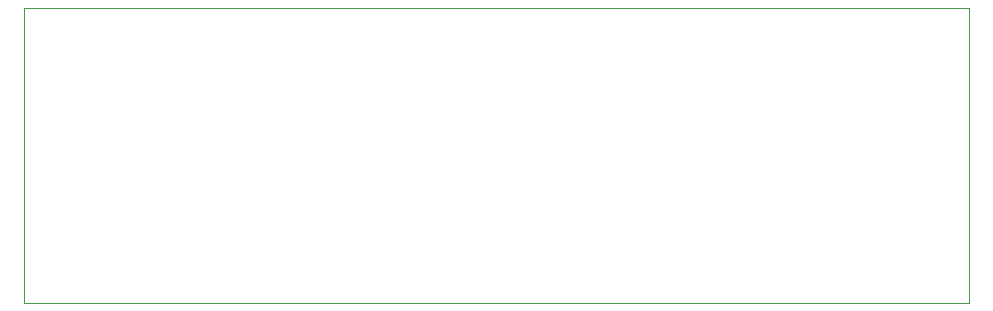
<source format=gbr>
G04 #@! TF.GenerationSoftware,KiCad,Pcbnew,(5.1.7)-1*
G04 #@! TF.CreationDate,2021-02-25T00:30:01+00:00*
G04 #@! TF.ProjectId,LedGateController,4c656447-6174-4654-936f-6e74726f6c6c,rev?*
G04 #@! TF.SameCoordinates,Original*
G04 #@! TF.FileFunction,Profile,NP*
%FSLAX46Y46*%
G04 Gerber Fmt 4.6, Leading zero omitted, Abs format (unit mm)*
G04 Created by KiCad (PCBNEW (5.1.7)-1) date 2021-02-25 00:30:01*
%MOMM*%
%LPD*%
G01*
G04 APERTURE LIST*
G04 #@! TA.AperFunction,Profile*
%ADD10C,0.050000*%
G04 #@! TD*
G04 APERTURE END LIST*
D10*
X0Y0D02*
X0Y-25010000D01*
X0Y0D02*
X80000000Y0D01*
X80000000Y-25000000D02*
X80000000Y0D01*
X0Y-25010000D02*
X80000000Y-25000000D01*
M02*

</source>
